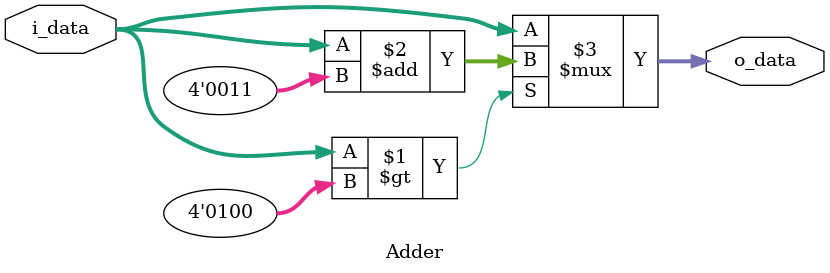
<source format=v>
module Adder(
    input  wire [3:0] i_data,
    output wire [3:0] o_data 
);

assign o_data = (i_data > 4'h4) ? (i_data + 4'h3) : i_data;
endmodule
</source>
